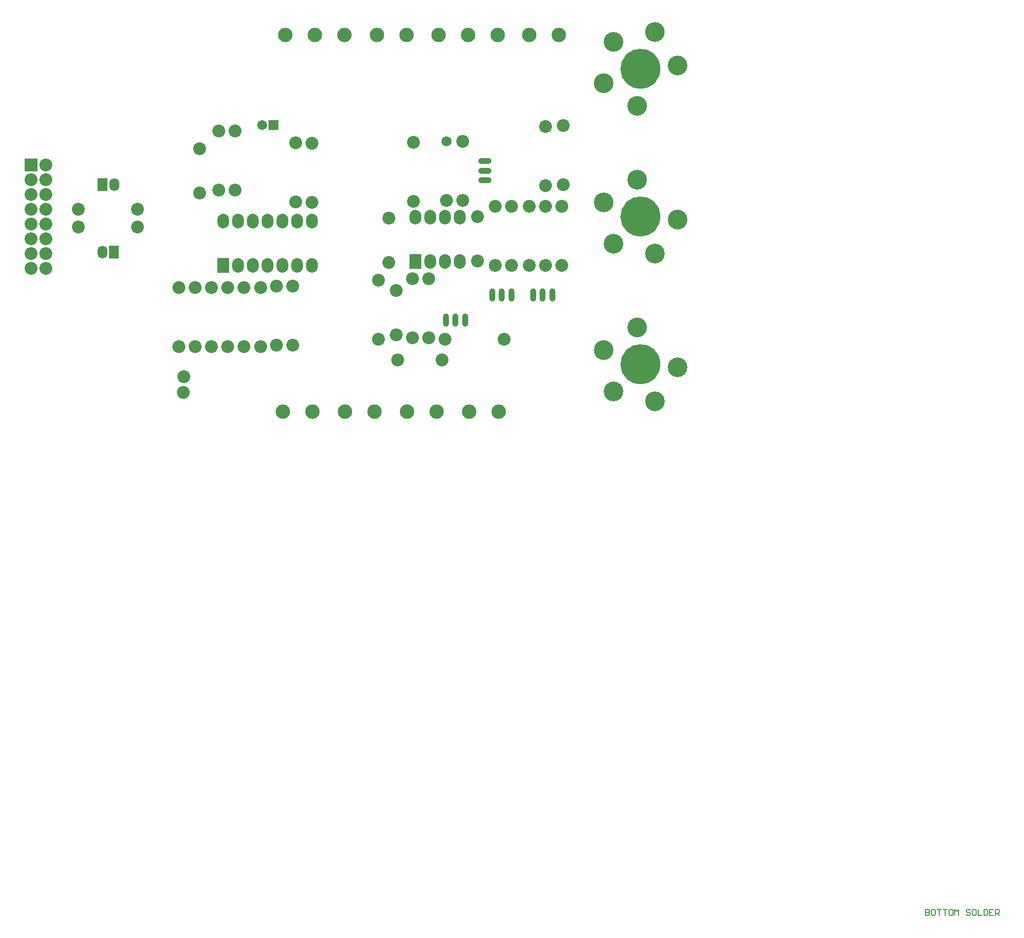
<source format=gbs>
G04*
G04 #@! TF.GenerationSoftware,Altium Limited,Altium Designer,20.0.2 (26)*
G04*
G04 Layer_Color=16711935*
%FSLAX43Y43*%
%MOMM*%
G71*
G01*
G75*
%ADD14C,0.150*%
%ADD15C,3.429*%
%ADD16C,3.378*%
%ADD17C,6.553*%
%ADD18C,2.203*%
%ADD19C,2.489*%
%ADD20O,2.003X2.503*%
%ADD21R,2.003X2.503*%
%ADD22O,1.016X2.286*%
%ADD23R,2.203X2.203*%
%ADD24C,1.703*%
%ADD25R,1.703X1.703*%
%ADD26C,1.727*%
%ADD27O,2.286X1.016*%
%ADD28R,1.703X2.203*%
%ADD29O,1.703X2.203*%
D14*
X157734Y-81042D02*
Y-82042D01*
X158234D01*
X158400Y-81875D01*
Y-81709D01*
X158234Y-81542D01*
X157734D01*
X158234D01*
X158400Y-81376D01*
Y-81209D01*
X158234Y-81042D01*
X157734D01*
X159234D02*
X158900D01*
X158734Y-81209D01*
Y-81875D01*
X158900Y-82042D01*
X159234D01*
X159400Y-81875D01*
Y-81209D01*
X159234Y-81042D01*
X159733D02*
X160400D01*
X160067D01*
Y-82042D01*
X160733Y-81042D02*
X161399D01*
X161066D01*
Y-82042D01*
X162233Y-81042D02*
X161899D01*
X161733Y-81209D01*
Y-81875D01*
X161899Y-82042D01*
X162233D01*
X162399Y-81875D01*
Y-81209D01*
X162233Y-81042D01*
X162732Y-82042D02*
Y-81042D01*
X163066Y-81376D01*
X163399Y-81042D01*
Y-82042D01*
X165398Y-81209D02*
X165232Y-81042D01*
X164898D01*
X164732Y-81209D01*
Y-81376D01*
X164898Y-81542D01*
X165232D01*
X165398Y-81709D01*
Y-81875D01*
X165232Y-82042D01*
X164898D01*
X164732Y-81875D01*
X166231Y-81042D02*
X165898D01*
X165731Y-81209D01*
Y-81875D01*
X165898Y-82042D01*
X166231D01*
X166398Y-81875D01*
Y-81209D01*
X166231Y-81042D01*
X166731D02*
Y-82042D01*
X167398D01*
X167731Y-81042D02*
Y-82042D01*
X168231D01*
X168397Y-81875D01*
Y-81209D01*
X168231Y-81042D01*
X167731D01*
X169397D02*
X168730D01*
Y-82042D01*
X169397D01*
X168730Y-81542D02*
X169064D01*
X169730Y-82042D02*
Y-81042D01*
X170230D01*
X170397Y-81209D01*
Y-81542D01*
X170230Y-81709D01*
X169730D01*
X170063D02*
X170397Y-82042D01*
D15*
X110454Y12700D02*
G03*
X110454Y12700I-1714J0D01*
G01*
X110454Y38100D02*
G03*
X110454Y38100I-1714J0D01*
G01*
X110454Y63500D02*
G03*
X110454Y63500I-1714J0D01*
G01*
D16*
X102390Y15138D02*
D03*
X104072Y8032D02*
D03*
X111178Y6350D02*
D03*
X115090Y12141D02*
D03*
X108181Y19050D02*
D03*
X108181Y44450D02*
D03*
X115090Y37541D02*
D03*
X111178Y31750D02*
D03*
X104072Y33432D02*
D03*
X102390Y40538D02*
D03*
X115090Y64059D02*
D03*
X108181Y57150D02*
D03*
X102390Y61062D02*
D03*
X104072Y68168D02*
D03*
X111178Y69850D02*
D03*
D17*
X108740Y12700D02*
D03*
X108740Y38100D02*
D03*
X108740Y63500D02*
D03*
D18*
X83820Y29718D02*
D03*
Y39878D02*
D03*
X80772Y30480D02*
D03*
Y38100D02*
D03*
X66802Y25400D02*
D03*
Y17780D02*
D03*
X30300Y10550D02*
D03*
X30226Y7874D02*
D03*
X12192Y36322D02*
D03*
X22352D02*
D03*
X6524Y29210D02*
D03*
X3984D02*
D03*
X6524Y31750D02*
D03*
X3984D02*
D03*
X6524Y34290D02*
D03*
X3984D02*
D03*
X6524Y36830D02*
D03*
X3984D02*
D03*
X6524Y39370D02*
D03*
X3984D02*
D03*
X6524Y41910D02*
D03*
X3984D02*
D03*
X6524Y44450D02*
D03*
X3984D02*
D03*
X6524Y46990D02*
D03*
X67056Y13462D02*
D03*
X74676D02*
D03*
X49022Y26162D02*
D03*
Y16002D02*
D03*
X72390Y27432D02*
D03*
Y17272D02*
D03*
X69596D02*
D03*
Y27432D02*
D03*
X69723Y40711D02*
D03*
Y50871D02*
D03*
X86614Y29718D02*
D03*
Y39878D02*
D03*
X89662Y29718D02*
D03*
Y39878D02*
D03*
X95446Y53731D02*
D03*
Y43571D02*
D03*
X92456Y53594D02*
D03*
Y43434D02*
D03*
X36322Y42672D02*
D03*
Y52832D02*
D03*
X75438Y40894D02*
D03*
X78232D02*
D03*
Y51054D02*
D03*
X65532Y30226D02*
D03*
Y37846D02*
D03*
X37846Y15748D02*
D03*
Y25908D02*
D03*
X63754Y27178D02*
D03*
Y17018D02*
D03*
X52324Y50732D02*
D03*
Y40572D02*
D03*
X40640Y15748D02*
D03*
Y25908D02*
D03*
X49530Y40640D02*
D03*
Y50800D02*
D03*
X46228Y26162D02*
D03*
Y16002D02*
D03*
X33020Y42164D02*
D03*
Y49784D02*
D03*
X43493Y15748D02*
D03*
Y25908D02*
D03*
X35052Y15748D02*
D03*
Y25908D02*
D03*
X32258Y15748D02*
D03*
Y25908D02*
D03*
X29464Y15748D02*
D03*
Y25908D02*
D03*
X22352Y39370D02*
D03*
X12192D02*
D03*
X75184Y17018D02*
D03*
X85344D02*
D03*
X92456Y29718D02*
D03*
Y39878D02*
D03*
X95250Y29718D02*
D03*
Y39878D02*
D03*
X39116Y52832D02*
D03*
Y42672D02*
D03*
D19*
X94742Y69342D02*
D03*
X89662D02*
D03*
X74031D02*
D03*
X79111D02*
D03*
X84191D02*
D03*
X63448D02*
D03*
X68528D02*
D03*
X57912D02*
D03*
X52832D02*
D03*
X47752D02*
D03*
X84380Y4572D02*
D03*
X79300D02*
D03*
X52376D02*
D03*
X47296D02*
D03*
X63044D02*
D03*
X57964D02*
D03*
X68632D02*
D03*
X73712D02*
D03*
D20*
X52324Y37338D02*
D03*
X49784D02*
D03*
X37084D02*
D03*
X39624D02*
D03*
X42164D02*
D03*
X44704D02*
D03*
X47244D02*
D03*
X39624Y29718D02*
D03*
X42164D02*
D03*
X44704D02*
D03*
X47244D02*
D03*
X49784D02*
D03*
X52324D02*
D03*
X72644Y30353D02*
D03*
X75184D02*
D03*
X77724D02*
D03*
Y37973D02*
D03*
X75184D02*
D03*
X72644D02*
D03*
X70104D02*
D03*
D21*
X37084Y29718D02*
D03*
X70104Y30353D02*
D03*
D22*
X86535Y24641D02*
D03*
X84884D02*
D03*
X83233D02*
D03*
X75311Y20320D02*
D03*
X76962D02*
D03*
X78613D02*
D03*
X90297Y24638D02*
D03*
X91948D02*
D03*
X93599D02*
D03*
D23*
X3984Y46990D02*
D03*
D24*
X43704Y53848D02*
D03*
D25*
X45704D02*
D03*
D26*
X75438Y51054D02*
D03*
D27*
X82042Y47625D02*
D03*
Y45974D02*
D03*
Y44323D02*
D03*
D28*
X18272Y32004D02*
D03*
X16321Y43588D02*
D03*
D29*
X16272Y32004D02*
D03*
X18321Y43588D02*
D03*
M02*

</source>
